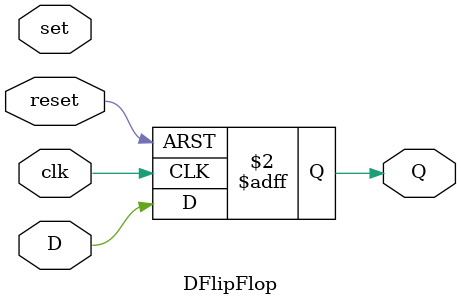
<source format=v>
module DFlipFlop (input D, clk, reset, set, output reg Q);

	always @(posedge clk or posedge reset)
begin
	
	if (reset) begin
		Q<=1'b0;
	end 
		
	else begin
		Q<=D;
	end 	
		
end
endmodule
</source>
